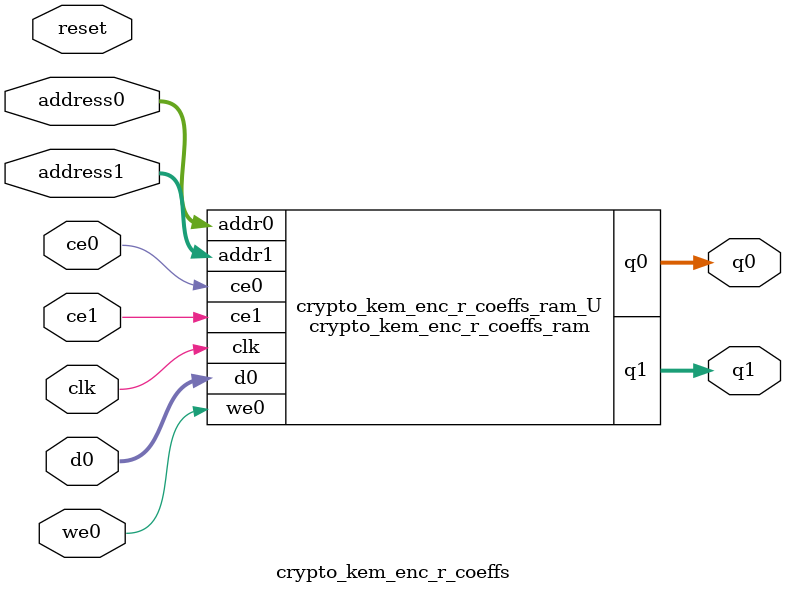
<source format=v>
`timescale 1 ns / 1 ps
module crypto_kem_enc_r_coeffs_ram (addr0, ce0, d0, we0, q0, addr1, ce1, q1,  clk);

parameter DWIDTH = 16;
parameter AWIDTH = 9;
parameter MEM_SIZE = 509;

input[AWIDTH-1:0] addr0;
input ce0;
input[DWIDTH-1:0] d0;
input we0;
output reg[DWIDTH-1:0] q0;
input[AWIDTH-1:0] addr1;
input ce1;
output reg[DWIDTH-1:0] q1;
input clk;

(* ram_style = "block" *)reg [DWIDTH-1:0] ram[0:MEM_SIZE-1];




always @(posedge clk)  
begin 
    if (ce0) 
    begin
        if (we0) 
        begin 
            ram[addr0] <= d0; 
        end 
        q0 <= ram[addr0];
    end
end


always @(posedge clk)  
begin 
    if (ce1) 
    begin
        q1 <= ram[addr1];
    end
end


endmodule

`timescale 1 ns / 1 ps
module crypto_kem_enc_r_coeffs(
    reset,
    clk,
    address0,
    ce0,
    we0,
    d0,
    q0,
    address1,
    ce1,
    q1);

parameter DataWidth = 32'd16;
parameter AddressRange = 32'd509;
parameter AddressWidth = 32'd9;
input reset;
input clk;
input[AddressWidth - 1:0] address0;
input ce0;
input we0;
input[DataWidth - 1:0] d0;
output[DataWidth - 1:0] q0;
input[AddressWidth - 1:0] address1;
input ce1;
output[DataWidth - 1:0] q1;



crypto_kem_enc_r_coeffs_ram crypto_kem_enc_r_coeffs_ram_U(
    .clk( clk ),
    .addr0( address0 ),
    .ce0( ce0 ),
    .we0( we0 ),
    .d0( d0 ),
    .q0( q0 ),
    .addr1( address1 ),
    .ce1( ce1 ),
    .q1( q1 ));

endmodule


</source>
